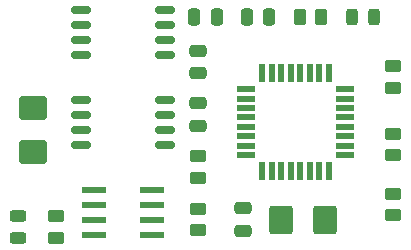
<source format=gtp>
%TF.GenerationSoftware,KiCad,Pcbnew,9.0.5*%
%TF.CreationDate,2025-11-09T03:03:20+02:00*%
%TF.ProjectId,Project 4 MCU Datalogger,50726f6a-6563-4742-9034-204d43552044,1*%
%TF.SameCoordinates,Original*%
%TF.FileFunction,Paste,Top*%
%TF.FilePolarity,Positive*%
%FSLAX46Y46*%
G04 Gerber Fmt 4.6, Leading zero omitted, Abs format (unit mm)*
G04 Created by KiCad (PCBNEW 9.0.5) date 2025-11-09 03:03:20*
%MOMM*%
%LPD*%
G01*
G04 APERTURE LIST*
G04 Aperture macros list*
%AMRoundRect*
0 Rectangle with rounded corners*
0 $1 Rounding radius*
0 $2 $3 $4 $5 $6 $7 $8 $9 X,Y pos of 4 corners*
0 Add a 4 corners polygon primitive as box body*
4,1,4,$2,$3,$4,$5,$6,$7,$8,$9,$2,$3,0*
0 Add four circle primitives for the rounded corners*
1,1,$1+$1,$2,$3*
1,1,$1+$1,$4,$5*
1,1,$1+$1,$6,$7*
1,1,$1+$1,$8,$9*
0 Add four rect primitives between the rounded corners*
20,1,$1+$1,$2,$3,$4,$5,0*
20,1,$1+$1,$4,$5,$6,$7,0*
20,1,$1+$1,$6,$7,$8,$9,0*
20,1,$1+$1,$8,$9,$2,$3,0*%
G04 Aperture macros list end*
%ADD10RoundRect,0.250000X0.250000X0.475000X-0.250000X0.475000X-0.250000X-0.475000X0.250000X-0.475000X0*%
%ADD11RoundRect,0.250000X-0.250000X-0.475000X0.250000X-0.475000X0.250000X0.475000X-0.250000X0.475000X0*%
%ADD12RoundRect,0.250000X-0.262500X-0.450000X0.262500X-0.450000X0.262500X0.450000X-0.262500X0.450000X0*%
%ADD13RoundRect,0.243750X-0.456250X0.243750X-0.456250X-0.243750X0.456250X-0.243750X0.456250X0.243750X0*%
%ADD14RoundRect,0.250000X-0.450000X0.262500X-0.450000X-0.262500X0.450000X-0.262500X0.450000X0.262500X0*%
%ADD15RoundRect,0.250000X0.450000X-0.262500X0.450000X0.262500X-0.450000X0.262500X-0.450000X-0.262500X0*%
%ADD16RoundRect,0.073750X-0.911250X-0.221250X0.911250X-0.221250X0.911250X0.221250X-0.911250X0.221250X0*%
%ADD17RoundRect,0.250000X-0.475000X0.250000X-0.475000X-0.250000X0.475000X-0.250000X0.475000X0.250000X0*%
%ADD18RoundRect,0.250000X0.950000X-0.750000X0.950000X0.750000X-0.950000X0.750000X-0.950000X-0.750000X0*%
%ADD19RoundRect,0.243750X-0.243750X-0.456250X0.243750X-0.456250X0.243750X0.456250X-0.243750X0.456250X0*%
%ADD20RoundRect,0.250000X0.475000X-0.250000X0.475000X0.250000X-0.475000X0.250000X-0.475000X-0.250000X0*%
%ADD21RoundRect,0.162500X-0.650000X-0.162500X0.650000X-0.162500X0.650000X0.162500X-0.650000X0.162500X0*%
%ADD22RoundRect,0.250000X0.750000X0.950000X-0.750000X0.950000X-0.750000X-0.950000X0.750000X-0.950000X0*%
%ADD23RoundRect,0.068750X-0.666250X-0.206250X0.666250X-0.206250X0.666250X0.206250X-0.666250X0.206250X0*%
%ADD24RoundRect,0.068750X-0.206250X-0.666250X0.206250X-0.666250X0.206250X0.666250X-0.206250X0.666250X0*%
G04 APERTURE END LIST*
D10*
%TO.C,C3*%
X120335000Y-80010000D03*
X122235000Y-80010000D03*
%TD*%
D11*
%TO.C,C4*%
X124780000Y-80010000D03*
X126680000Y-80010000D03*
%TD*%
D12*
%TO.C,R4*%
X129262500Y-80010000D03*
X131087500Y-80010000D03*
%TD*%
D13*
%TO.C,D2*%
X105410000Y-96852500D03*
X105410000Y-98727500D03*
%TD*%
D14*
%TO.C,R6*%
X120650000Y-96242500D03*
X120650000Y-98067500D03*
%TD*%
D15*
%TO.C,R7*%
X137160000Y-96797500D03*
X137160000Y-94972500D03*
%TD*%
D14*
%TO.C,R1*%
X108585000Y-96877500D03*
X108585000Y-98702500D03*
%TD*%
D16*
%TO.C,U3*%
X111825000Y-94615000D03*
X111825000Y-95885000D03*
X111825000Y-97155000D03*
X111825000Y-98425000D03*
X116775000Y-98425000D03*
X116775000Y-97155000D03*
X116775000Y-95885000D03*
X116775000Y-94615000D03*
%TD*%
D17*
%TO.C,C1*%
X120650000Y-82870000D03*
X120650000Y-84770000D03*
%TD*%
D18*
%TO.C,Y1*%
X106680000Y-91385000D03*
X106680000Y-87685000D03*
%TD*%
D19*
%TO.C,D1*%
X133682500Y-80010000D03*
X135557500Y-80010000D03*
%TD*%
D20*
%TO.C,C5*%
X120650000Y-89215000D03*
X120650000Y-87315000D03*
%TD*%
D21*
%TO.C,U2*%
X110712500Y-79375000D03*
X110712500Y-80645000D03*
X110712500Y-81915000D03*
X110712500Y-83185000D03*
X117887500Y-83185000D03*
X117887500Y-81915000D03*
X117887500Y-80645000D03*
X117887500Y-79375000D03*
%TD*%
D15*
%TO.C,R3*%
X137160000Y-86002500D03*
X137160000Y-84177500D03*
%TD*%
%TO.C,R5*%
X120650000Y-93622500D03*
X120650000Y-91797500D03*
%TD*%
D22*
%TO.C,Y2*%
X131390000Y-97155000D03*
X127690000Y-97155000D03*
%TD*%
D15*
%TO.C,R2*%
X137160000Y-91717500D03*
X137160000Y-89892500D03*
%TD*%
D20*
%TO.C,C2*%
X124460000Y-98105000D03*
X124460000Y-96205000D03*
%TD*%
D21*
%TO.C,U1*%
X110712500Y-86995000D03*
X110712500Y-88265000D03*
X110712500Y-89535000D03*
X110712500Y-90805000D03*
X117887500Y-90805000D03*
X117887500Y-89535000D03*
X117887500Y-88265000D03*
X117887500Y-86995000D03*
%TD*%
D23*
%TO.C,U4*%
X124735000Y-86100000D03*
X124735000Y-86900000D03*
X124735000Y-87700000D03*
X124735000Y-88500000D03*
X124735000Y-89300000D03*
X124735000Y-90100000D03*
X124735000Y-90900000D03*
X124735000Y-91700000D03*
D24*
X126105000Y-93070000D03*
X126905000Y-93070000D03*
X127705000Y-93070000D03*
X128505000Y-93070000D03*
X129305000Y-93070000D03*
X130105000Y-93070000D03*
X130905000Y-93070000D03*
X131705000Y-93070000D03*
D23*
X133075000Y-91700000D03*
X133075000Y-90900000D03*
X133075000Y-90100000D03*
X133075000Y-89300000D03*
X133075000Y-88500000D03*
X133075000Y-87700000D03*
X133075000Y-86900000D03*
X133075000Y-86100000D03*
D24*
X131705000Y-84730000D03*
X130905000Y-84730000D03*
X130105000Y-84730000D03*
X129305000Y-84730000D03*
X128505000Y-84730000D03*
X127705000Y-84730000D03*
X126905000Y-84730000D03*
X126105000Y-84730000D03*
%TD*%
M02*

</source>
